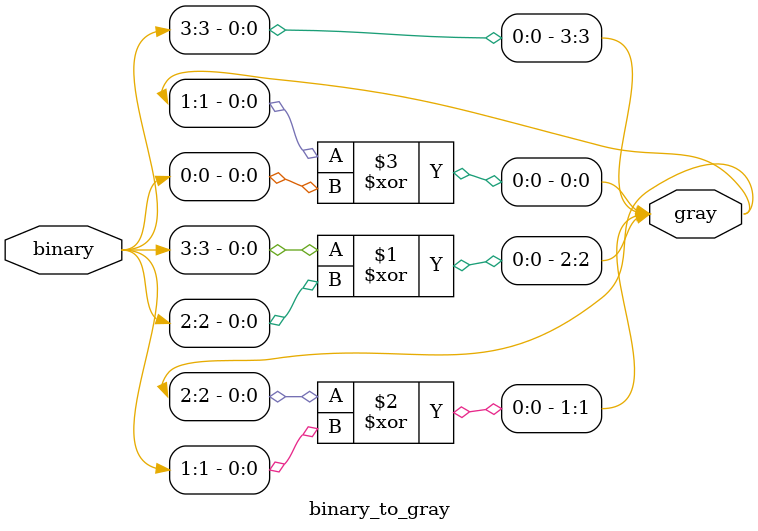
<source format=v>
module binary_to_gray (
  input  [3:0] binary,
  output [3:0] gray
);
  assign gray[3] = binary[3];            
  assign gray[2] = gray[3] ^ binary[2];
  assign gray[1] = gray[2] ^ binary[1];   
  assign gray[0] = gray[1] ^ binary[0];   
endmodule

</source>
